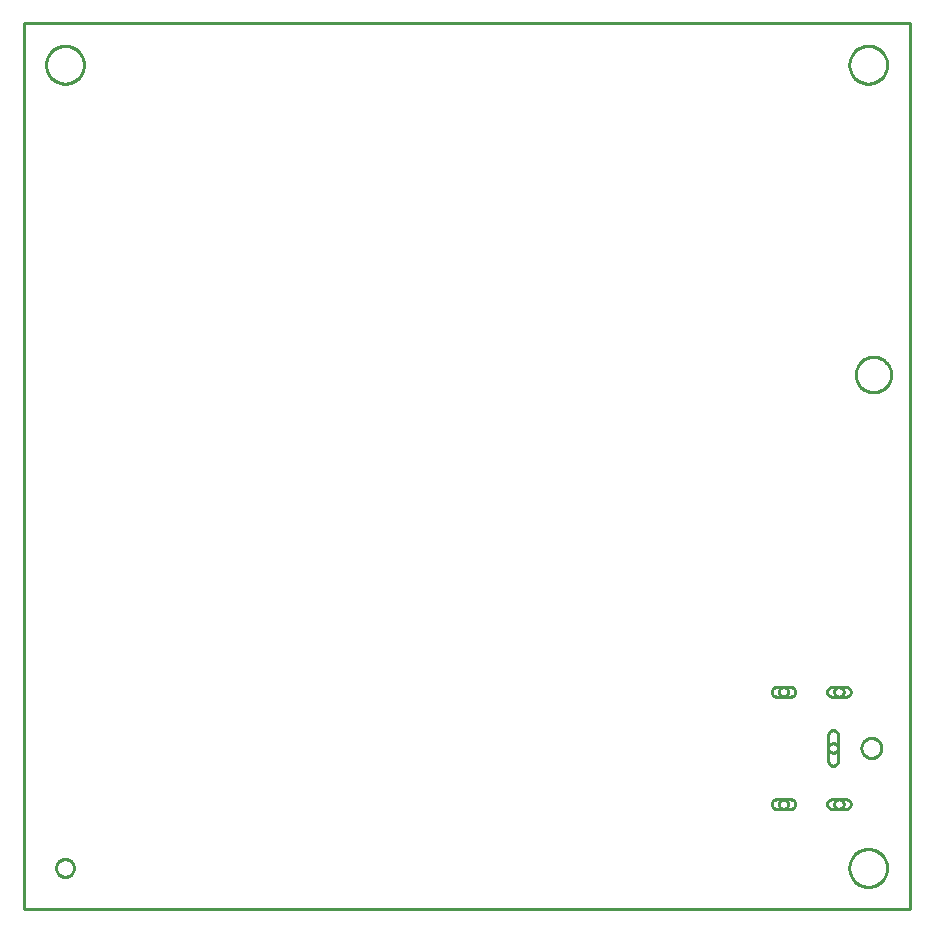
<source format=gbr>
G04 EAGLE Gerber RS-274X export*
G75*
%MOMM*%
%FSLAX34Y34*%
%LPD*%
%IN*%
%IPPOS*%
%AMOC8*
5,1,8,0,0,1.08239X$1,22.5*%
G01*
%ADD10C,0.000000*%
%ADD11C,0.254000*%


D10*
X0Y0D02*
X750000Y0D01*
X750000Y750000D01*
X0Y750000D01*
X0Y0D01*
X19000Y715000D02*
X19005Y715393D01*
X19019Y715785D01*
X19043Y716177D01*
X19077Y716568D01*
X19120Y716959D01*
X19173Y717348D01*
X19236Y717735D01*
X19307Y718121D01*
X19389Y718506D01*
X19479Y718888D01*
X19580Y719267D01*
X19689Y719645D01*
X19808Y720019D01*
X19935Y720390D01*
X20072Y720758D01*
X20218Y721123D01*
X20373Y721484D01*
X20536Y721841D01*
X20708Y722194D01*
X20889Y722542D01*
X21079Y722886D01*
X21276Y723226D01*
X21482Y723560D01*
X21696Y723889D01*
X21919Y724213D01*
X22149Y724531D01*
X22386Y724844D01*
X22632Y725150D01*
X22885Y725451D01*
X23145Y725745D01*
X23412Y726033D01*
X23686Y726314D01*
X23967Y726588D01*
X24255Y726855D01*
X24549Y727115D01*
X24850Y727368D01*
X25156Y727614D01*
X25469Y727851D01*
X25787Y728081D01*
X26111Y728304D01*
X26440Y728518D01*
X26774Y728724D01*
X27114Y728921D01*
X27458Y729111D01*
X27806Y729292D01*
X28159Y729464D01*
X28516Y729627D01*
X28877Y729782D01*
X29242Y729928D01*
X29610Y730065D01*
X29981Y730192D01*
X30355Y730311D01*
X30733Y730420D01*
X31112Y730521D01*
X31494Y730611D01*
X31879Y730693D01*
X32265Y730764D01*
X32652Y730827D01*
X33041Y730880D01*
X33432Y730923D01*
X33823Y730957D01*
X34215Y730981D01*
X34607Y730995D01*
X35000Y731000D01*
X35393Y730995D01*
X35785Y730981D01*
X36177Y730957D01*
X36568Y730923D01*
X36959Y730880D01*
X37348Y730827D01*
X37735Y730764D01*
X38121Y730693D01*
X38506Y730611D01*
X38888Y730521D01*
X39267Y730420D01*
X39645Y730311D01*
X40019Y730192D01*
X40390Y730065D01*
X40758Y729928D01*
X41123Y729782D01*
X41484Y729627D01*
X41841Y729464D01*
X42194Y729292D01*
X42542Y729111D01*
X42886Y728921D01*
X43226Y728724D01*
X43560Y728518D01*
X43889Y728304D01*
X44213Y728081D01*
X44531Y727851D01*
X44844Y727614D01*
X45150Y727368D01*
X45451Y727115D01*
X45745Y726855D01*
X46033Y726588D01*
X46314Y726314D01*
X46588Y726033D01*
X46855Y725745D01*
X47115Y725451D01*
X47368Y725150D01*
X47614Y724844D01*
X47851Y724531D01*
X48081Y724213D01*
X48304Y723889D01*
X48518Y723560D01*
X48724Y723226D01*
X48921Y722886D01*
X49111Y722542D01*
X49292Y722194D01*
X49464Y721841D01*
X49627Y721484D01*
X49782Y721123D01*
X49928Y720758D01*
X50065Y720390D01*
X50192Y720019D01*
X50311Y719645D01*
X50420Y719267D01*
X50521Y718888D01*
X50611Y718506D01*
X50693Y718121D01*
X50764Y717735D01*
X50827Y717348D01*
X50880Y716959D01*
X50923Y716568D01*
X50957Y716177D01*
X50981Y715785D01*
X50995Y715393D01*
X51000Y715000D01*
X50995Y714607D01*
X50981Y714215D01*
X50957Y713823D01*
X50923Y713432D01*
X50880Y713041D01*
X50827Y712652D01*
X50764Y712265D01*
X50693Y711879D01*
X50611Y711494D01*
X50521Y711112D01*
X50420Y710733D01*
X50311Y710355D01*
X50192Y709981D01*
X50065Y709610D01*
X49928Y709242D01*
X49782Y708877D01*
X49627Y708516D01*
X49464Y708159D01*
X49292Y707806D01*
X49111Y707458D01*
X48921Y707114D01*
X48724Y706774D01*
X48518Y706440D01*
X48304Y706111D01*
X48081Y705787D01*
X47851Y705469D01*
X47614Y705156D01*
X47368Y704850D01*
X47115Y704549D01*
X46855Y704255D01*
X46588Y703967D01*
X46314Y703686D01*
X46033Y703412D01*
X45745Y703145D01*
X45451Y702885D01*
X45150Y702632D01*
X44844Y702386D01*
X44531Y702149D01*
X44213Y701919D01*
X43889Y701696D01*
X43560Y701482D01*
X43226Y701276D01*
X42886Y701079D01*
X42542Y700889D01*
X42194Y700708D01*
X41841Y700536D01*
X41484Y700373D01*
X41123Y700218D01*
X40758Y700072D01*
X40390Y699935D01*
X40019Y699808D01*
X39645Y699689D01*
X39267Y699580D01*
X38888Y699479D01*
X38506Y699389D01*
X38121Y699307D01*
X37735Y699236D01*
X37348Y699173D01*
X36959Y699120D01*
X36568Y699077D01*
X36177Y699043D01*
X35785Y699019D01*
X35393Y699005D01*
X35000Y699000D01*
X34607Y699005D01*
X34215Y699019D01*
X33823Y699043D01*
X33432Y699077D01*
X33041Y699120D01*
X32652Y699173D01*
X32265Y699236D01*
X31879Y699307D01*
X31494Y699389D01*
X31112Y699479D01*
X30733Y699580D01*
X30355Y699689D01*
X29981Y699808D01*
X29610Y699935D01*
X29242Y700072D01*
X28877Y700218D01*
X28516Y700373D01*
X28159Y700536D01*
X27806Y700708D01*
X27458Y700889D01*
X27114Y701079D01*
X26774Y701276D01*
X26440Y701482D01*
X26111Y701696D01*
X25787Y701919D01*
X25469Y702149D01*
X25156Y702386D01*
X24850Y702632D01*
X24549Y702885D01*
X24255Y703145D01*
X23967Y703412D01*
X23686Y703686D01*
X23412Y703967D01*
X23145Y704255D01*
X22885Y704549D01*
X22632Y704850D01*
X22386Y705156D01*
X22149Y705469D01*
X21919Y705787D01*
X21696Y706111D01*
X21482Y706440D01*
X21276Y706774D01*
X21079Y707114D01*
X20889Y707458D01*
X20708Y707806D01*
X20536Y708159D01*
X20373Y708516D01*
X20218Y708877D01*
X20072Y709242D01*
X19935Y709610D01*
X19808Y709981D01*
X19689Y710355D01*
X19580Y710733D01*
X19479Y711112D01*
X19389Y711494D01*
X19307Y711879D01*
X19236Y712265D01*
X19173Y712652D01*
X19120Y713041D01*
X19077Y713432D01*
X19043Y713823D01*
X19019Y714215D01*
X19005Y714607D01*
X19000Y715000D01*
X699000Y715000D02*
X699005Y715393D01*
X699019Y715785D01*
X699043Y716177D01*
X699077Y716568D01*
X699120Y716959D01*
X699173Y717348D01*
X699236Y717735D01*
X699307Y718121D01*
X699389Y718506D01*
X699479Y718888D01*
X699580Y719267D01*
X699689Y719645D01*
X699808Y720019D01*
X699935Y720390D01*
X700072Y720758D01*
X700218Y721123D01*
X700373Y721484D01*
X700536Y721841D01*
X700708Y722194D01*
X700889Y722542D01*
X701079Y722886D01*
X701276Y723226D01*
X701482Y723560D01*
X701696Y723889D01*
X701919Y724213D01*
X702149Y724531D01*
X702386Y724844D01*
X702632Y725150D01*
X702885Y725451D01*
X703145Y725745D01*
X703412Y726033D01*
X703686Y726314D01*
X703967Y726588D01*
X704255Y726855D01*
X704549Y727115D01*
X704850Y727368D01*
X705156Y727614D01*
X705469Y727851D01*
X705787Y728081D01*
X706111Y728304D01*
X706440Y728518D01*
X706774Y728724D01*
X707114Y728921D01*
X707458Y729111D01*
X707806Y729292D01*
X708159Y729464D01*
X708516Y729627D01*
X708877Y729782D01*
X709242Y729928D01*
X709610Y730065D01*
X709981Y730192D01*
X710355Y730311D01*
X710733Y730420D01*
X711112Y730521D01*
X711494Y730611D01*
X711879Y730693D01*
X712265Y730764D01*
X712652Y730827D01*
X713041Y730880D01*
X713432Y730923D01*
X713823Y730957D01*
X714215Y730981D01*
X714607Y730995D01*
X715000Y731000D01*
X715393Y730995D01*
X715785Y730981D01*
X716177Y730957D01*
X716568Y730923D01*
X716959Y730880D01*
X717348Y730827D01*
X717735Y730764D01*
X718121Y730693D01*
X718506Y730611D01*
X718888Y730521D01*
X719267Y730420D01*
X719645Y730311D01*
X720019Y730192D01*
X720390Y730065D01*
X720758Y729928D01*
X721123Y729782D01*
X721484Y729627D01*
X721841Y729464D01*
X722194Y729292D01*
X722542Y729111D01*
X722886Y728921D01*
X723226Y728724D01*
X723560Y728518D01*
X723889Y728304D01*
X724213Y728081D01*
X724531Y727851D01*
X724844Y727614D01*
X725150Y727368D01*
X725451Y727115D01*
X725745Y726855D01*
X726033Y726588D01*
X726314Y726314D01*
X726588Y726033D01*
X726855Y725745D01*
X727115Y725451D01*
X727368Y725150D01*
X727614Y724844D01*
X727851Y724531D01*
X728081Y724213D01*
X728304Y723889D01*
X728518Y723560D01*
X728724Y723226D01*
X728921Y722886D01*
X729111Y722542D01*
X729292Y722194D01*
X729464Y721841D01*
X729627Y721484D01*
X729782Y721123D01*
X729928Y720758D01*
X730065Y720390D01*
X730192Y720019D01*
X730311Y719645D01*
X730420Y719267D01*
X730521Y718888D01*
X730611Y718506D01*
X730693Y718121D01*
X730764Y717735D01*
X730827Y717348D01*
X730880Y716959D01*
X730923Y716568D01*
X730957Y716177D01*
X730981Y715785D01*
X730995Y715393D01*
X731000Y715000D01*
X730995Y714607D01*
X730981Y714215D01*
X730957Y713823D01*
X730923Y713432D01*
X730880Y713041D01*
X730827Y712652D01*
X730764Y712265D01*
X730693Y711879D01*
X730611Y711494D01*
X730521Y711112D01*
X730420Y710733D01*
X730311Y710355D01*
X730192Y709981D01*
X730065Y709610D01*
X729928Y709242D01*
X729782Y708877D01*
X729627Y708516D01*
X729464Y708159D01*
X729292Y707806D01*
X729111Y707458D01*
X728921Y707114D01*
X728724Y706774D01*
X728518Y706440D01*
X728304Y706111D01*
X728081Y705787D01*
X727851Y705469D01*
X727614Y705156D01*
X727368Y704850D01*
X727115Y704549D01*
X726855Y704255D01*
X726588Y703967D01*
X726314Y703686D01*
X726033Y703412D01*
X725745Y703145D01*
X725451Y702885D01*
X725150Y702632D01*
X724844Y702386D01*
X724531Y702149D01*
X724213Y701919D01*
X723889Y701696D01*
X723560Y701482D01*
X723226Y701276D01*
X722886Y701079D01*
X722542Y700889D01*
X722194Y700708D01*
X721841Y700536D01*
X721484Y700373D01*
X721123Y700218D01*
X720758Y700072D01*
X720390Y699935D01*
X720019Y699808D01*
X719645Y699689D01*
X719267Y699580D01*
X718888Y699479D01*
X718506Y699389D01*
X718121Y699307D01*
X717735Y699236D01*
X717348Y699173D01*
X716959Y699120D01*
X716568Y699077D01*
X716177Y699043D01*
X715785Y699019D01*
X715393Y699005D01*
X715000Y699000D01*
X714607Y699005D01*
X714215Y699019D01*
X713823Y699043D01*
X713432Y699077D01*
X713041Y699120D01*
X712652Y699173D01*
X712265Y699236D01*
X711879Y699307D01*
X711494Y699389D01*
X711112Y699479D01*
X710733Y699580D01*
X710355Y699689D01*
X709981Y699808D01*
X709610Y699935D01*
X709242Y700072D01*
X708877Y700218D01*
X708516Y700373D01*
X708159Y700536D01*
X707806Y700708D01*
X707458Y700889D01*
X707114Y701079D01*
X706774Y701276D01*
X706440Y701482D01*
X706111Y701696D01*
X705787Y701919D01*
X705469Y702149D01*
X705156Y702386D01*
X704850Y702632D01*
X704549Y702885D01*
X704255Y703145D01*
X703967Y703412D01*
X703686Y703686D01*
X703412Y703967D01*
X703145Y704255D01*
X702885Y704549D01*
X702632Y704850D01*
X702386Y705156D01*
X702149Y705469D01*
X701919Y705787D01*
X701696Y706111D01*
X701482Y706440D01*
X701276Y706774D01*
X701079Y707114D01*
X700889Y707458D01*
X700708Y707806D01*
X700536Y708159D01*
X700373Y708516D01*
X700218Y708877D01*
X700072Y709242D01*
X699935Y709610D01*
X699808Y709981D01*
X699689Y710355D01*
X699580Y710733D01*
X699479Y711112D01*
X699389Y711494D01*
X699307Y711879D01*
X699236Y712265D01*
X699173Y712652D01*
X699120Y713041D01*
X699077Y713432D01*
X699043Y713823D01*
X699019Y714215D01*
X699005Y714607D01*
X699000Y715000D01*
X699000Y35000D02*
X699005Y35393D01*
X699019Y35785D01*
X699043Y36177D01*
X699077Y36568D01*
X699120Y36959D01*
X699173Y37348D01*
X699236Y37735D01*
X699307Y38121D01*
X699389Y38506D01*
X699479Y38888D01*
X699580Y39267D01*
X699689Y39645D01*
X699808Y40019D01*
X699935Y40390D01*
X700072Y40758D01*
X700218Y41123D01*
X700373Y41484D01*
X700536Y41841D01*
X700708Y42194D01*
X700889Y42542D01*
X701079Y42886D01*
X701276Y43226D01*
X701482Y43560D01*
X701696Y43889D01*
X701919Y44213D01*
X702149Y44531D01*
X702386Y44844D01*
X702632Y45150D01*
X702885Y45451D01*
X703145Y45745D01*
X703412Y46033D01*
X703686Y46314D01*
X703967Y46588D01*
X704255Y46855D01*
X704549Y47115D01*
X704850Y47368D01*
X705156Y47614D01*
X705469Y47851D01*
X705787Y48081D01*
X706111Y48304D01*
X706440Y48518D01*
X706774Y48724D01*
X707114Y48921D01*
X707458Y49111D01*
X707806Y49292D01*
X708159Y49464D01*
X708516Y49627D01*
X708877Y49782D01*
X709242Y49928D01*
X709610Y50065D01*
X709981Y50192D01*
X710355Y50311D01*
X710733Y50420D01*
X711112Y50521D01*
X711494Y50611D01*
X711879Y50693D01*
X712265Y50764D01*
X712652Y50827D01*
X713041Y50880D01*
X713432Y50923D01*
X713823Y50957D01*
X714215Y50981D01*
X714607Y50995D01*
X715000Y51000D01*
X715393Y50995D01*
X715785Y50981D01*
X716177Y50957D01*
X716568Y50923D01*
X716959Y50880D01*
X717348Y50827D01*
X717735Y50764D01*
X718121Y50693D01*
X718506Y50611D01*
X718888Y50521D01*
X719267Y50420D01*
X719645Y50311D01*
X720019Y50192D01*
X720390Y50065D01*
X720758Y49928D01*
X721123Y49782D01*
X721484Y49627D01*
X721841Y49464D01*
X722194Y49292D01*
X722542Y49111D01*
X722886Y48921D01*
X723226Y48724D01*
X723560Y48518D01*
X723889Y48304D01*
X724213Y48081D01*
X724531Y47851D01*
X724844Y47614D01*
X725150Y47368D01*
X725451Y47115D01*
X725745Y46855D01*
X726033Y46588D01*
X726314Y46314D01*
X726588Y46033D01*
X726855Y45745D01*
X727115Y45451D01*
X727368Y45150D01*
X727614Y44844D01*
X727851Y44531D01*
X728081Y44213D01*
X728304Y43889D01*
X728518Y43560D01*
X728724Y43226D01*
X728921Y42886D01*
X729111Y42542D01*
X729292Y42194D01*
X729464Y41841D01*
X729627Y41484D01*
X729782Y41123D01*
X729928Y40758D01*
X730065Y40390D01*
X730192Y40019D01*
X730311Y39645D01*
X730420Y39267D01*
X730521Y38888D01*
X730611Y38506D01*
X730693Y38121D01*
X730764Y37735D01*
X730827Y37348D01*
X730880Y36959D01*
X730923Y36568D01*
X730957Y36177D01*
X730981Y35785D01*
X730995Y35393D01*
X731000Y35000D01*
X730995Y34607D01*
X730981Y34215D01*
X730957Y33823D01*
X730923Y33432D01*
X730880Y33041D01*
X730827Y32652D01*
X730764Y32265D01*
X730693Y31879D01*
X730611Y31494D01*
X730521Y31112D01*
X730420Y30733D01*
X730311Y30355D01*
X730192Y29981D01*
X730065Y29610D01*
X729928Y29242D01*
X729782Y28877D01*
X729627Y28516D01*
X729464Y28159D01*
X729292Y27806D01*
X729111Y27458D01*
X728921Y27114D01*
X728724Y26774D01*
X728518Y26440D01*
X728304Y26111D01*
X728081Y25787D01*
X727851Y25469D01*
X727614Y25156D01*
X727368Y24850D01*
X727115Y24549D01*
X726855Y24255D01*
X726588Y23967D01*
X726314Y23686D01*
X726033Y23412D01*
X725745Y23145D01*
X725451Y22885D01*
X725150Y22632D01*
X724844Y22386D01*
X724531Y22149D01*
X724213Y21919D01*
X723889Y21696D01*
X723560Y21482D01*
X723226Y21276D01*
X722886Y21079D01*
X722542Y20889D01*
X722194Y20708D01*
X721841Y20536D01*
X721484Y20373D01*
X721123Y20218D01*
X720758Y20072D01*
X720390Y19935D01*
X720019Y19808D01*
X719645Y19689D01*
X719267Y19580D01*
X718888Y19479D01*
X718506Y19389D01*
X718121Y19307D01*
X717735Y19236D01*
X717348Y19173D01*
X716959Y19120D01*
X716568Y19077D01*
X716177Y19043D01*
X715785Y19019D01*
X715393Y19005D01*
X715000Y19000D01*
X714607Y19005D01*
X714215Y19019D01*
X713823Y19043D01*
X713432Y19077D01*
X713041Y19120D01*
X712652Y19173D01*
X712265Y19236D01*
X711879Y19307D01*
X711494Y19389D01*
X711112Y19479D01*
X710733Y19580D01*
X710355Y19689D01*
X709981Y19808D01*
X709610Y19935D01*
X709242Y20072D01*
X708877Y20218D01*
X708516Y20373D01*
X708159Y20536D01*
X707806Y20708D01*
X707458Y20889D01*
X707114Y21079D01*
X706774Y21276D01*
X706440Y21482D01*
X706111Y21696D01*
X705787Y21919D01*
X705469Y22149D01*
X705156Y22386D01*
X704850Y22632D01*
X704549Y22885D01*
X704255Y23145D01*
X703967Y23412D01*
X703686Y23686D01*
X703412Y23967D01*
X703145Y24255D01*
X702885Y24549D01*
X702632Y24850D01*
X702386Y25156D01*
X702149Y25469D01*
X701919Y25787D01*
X701696Y26111D01*
X701482Y26440D01*
X701276Y26774D01*
X701079Y27114D01*
X700889Y27458D01*
X700708Y27806D01*
X700536Y28159D01*
X700373Y28516D01*
X700218Y28877D01*
X700072Y29242D01*
X699935Y29610D01*
X699808Y29981D01*
X699689Y30355D01*
X699580Y30733D01*
X699479Y31112D01*
X699389Y31494D01*
X699307Y31879D01*
X699236Y32265D01*
X699173Y32652D01*
X699120Y33041D01*
X699077Y33432D01*
X699043Y33823D01*
X699019Y34215D01*
X699005Y34607D01*
X699000Y35000D01*
X27500Y35000D02*
X27502Y35184D01*
X27509Y35368D01*
X27520Y35552D01*
X27536Y35735D01*
X27556Y35918D01*
X27581Y36100D01*
X27610Y36282D01*
X27644Y36463D01*
X27682Y36643D01*
X27725Y36822D01*
X27772Y37000D01*
X27823Y37177D01*
X27879Y37353D01*
X27938Y37527D01*
X28003Y37699D01*
X28071Y37870D01*
X28143Y38039D01*
X28220Y38207D01*
X28301Y38372D01*
X28386Y38535D01*
X28474Y38697D01*
X28567Y38856D01*
X28664Y39012D01*
X28764Y39167D01*
X28868Y39319D01*
X28976Y39468D01*
X29087Y39614D01*
X29202Y39758D01*
X29321Y39899D01*
X29443Y40037D01*
X29568Y40172D01*
X29697Y40303D01*
X29828Y40432D01*
X29963Y40557D01*
X30101Y40679D01*
X30242Y40798D01*
X30386Y40913D01*
X30532Y41024D01*
X30681Y41132D01*
X30833Y41236D01*
X30988Y41336D01*
X31144Y41433D01*
X31303Y41526D01*
X31465Y41614D01*
X31628Y41699D01*
X31793Y41780D01*
X31961Y41857D01*
X32130Y41929D01*
X32301Y41997D01*
X32473Y42062D01*
X32647Y42121D01*
X32823Y42177D01*
X33000Y42228D01*
X33178Y42275D01*
X33357Y42318D01*
X33537Y42356D01*
X33718Y42390D01*
X33900Y42419D01*
X34082Y42444D01*
X34265Y42464D01*
X34448Y42480D01*
X34632Y42491D01*
X34816Y42498D01*
X35000Y42500D01*
X35184Y42498D01*
X35368Y42491D01*
X35552Y42480D01*
X35735Y42464D01*
X35918Y42444D01*
X36100Y42419D01*
X36282Y42390D01*
X36463Y42356D01*
X36643Y42318D01*
X36822Y42275D01*
X37000Y42228D01*
X37177Y42177D01*
X37353Y42121D01*
X37527Y42062D01*
X37699Y41997D01*
X37870Y41929D01*
X38039Y41857D01*
X38207Y41780D01*
X38372Y41699D01*
X38535Y41614D01*
X38697Y41526D01*
X38856Y41433D01*
X39012Y41336D01*
X39167Y41236D01*
X39319Y41132D01*
X39468Y41024D01*
X39614Y40913D01*
X39758Y40798D01*
X39899Y40679D01*
X40037Y40557D01*
X40172Y40432D01*
X40303Y40303D01*
X40432Y40172D01*
X40557Y40037D01*
X40679Y39899D01*
X40798Y39758D01*
X40913Y39614D01*
X41024Y39468D01*
X41132Y39319D01*
X41236Y39167D01*
X41336Y39012D01*
X41433Y38856D01*
X41526Y38697D01*
X41614Y38535D01*
X41699Y38372D01*
X41780Y38207D01*
X41857Y38039D01*
X41929Y37870D01*
X41997Y37699D01*
X42062Y37527D01*
X42121Y37353D01*
X42177Y37177D01*
X42228Y37000D01*
X42275Y36822D01*
X42318Y36643D01*
X42356Y36463D01*
X42390Y36282D01*
X42419Y36100D01*
X42444Y35918D01*
X42464Y35735D01*
X42480Y35552D01*
X42491Y35368D01*
X42498Y35184D01*
X42500Y35000D01*
X42498Y34816D01*
X42491Y34632D01*
X42480Y34448D01*
X42464Y34265D01*
X42444Y34082D01*
X42419Y33900D01*
X42390Y33718D01*
X42356Y33537D01*
X42318Y33357D01*
X42275Y33178D01*
X42228Y33000D01*
X42177Y32823D01*
X42121Y32647D01*
X42062Y32473D01*
X41997Y32301D01*
X41929Y32130D01*
X41857Y31961D01*
X41780Y31793D01*
X41699Y31628D01*
X41614Y31465D01*
X41526Y31303D01*
X41433Y31144D01*
X41336Y30988D01*
X41236Y30833D01*
X41132Y30681D01*
X41024Y30532D01*
X40913Y30386D01*
X40798Y30242D01*
X40679Y30101D01*
X40557Y29963D01*
X40432Y29828D01*
X40303Y29697D01*
X40172Y29568D01*
X40037Y29443D01*
X39899Y29321D01*
X39758Y29202D01*
X39614Y29087D01*
X39468Y28976D01*
X39319Y28868D01*
X39167Y28764D01*
X39012Y28664D01*
X38856Y28567D01*
X38697Y28474D01*
X38535Y28386D01*
X38372Y28301D01*
X38207Y28220D01*
X38039Y28143D01*
X37870Y28071D01*
X37699Y28003D01*
X37527Y27938D01*
X37353Y27879D01*
X37177Y27823D01*
X37000Y27772D01*
X36822Y27725D01*
X36643Y27682D01*
X36463Y27644D01*
X36282Y27610D01*
X36100Y27581D01*
X35918Y27556D01*
X35735Y27536D01*
X35552Y27520D01*
X35368Y27509D01*
X35184Y27502D01*
X35000Y27500D01*
X34816Y27502D01*
X34632Y27509D01*
X34448Y27520D01*
X34265Y27536D01*
X34082Y27556D01*
X33900Y27581D01*
X33718Y27610D01*
X33537Y27644D01*
X33357Y27682D01*
X33178Y27725D01*
X33000Y27772D01*
X32823Y27823D01*
X32647Y27879D01*
X32473Y27938D01*
X32301Y28003D01*
X32130Y28071D01*
X31961Y28143D01*
X31793Y28220D01*
X31628Y28301D01*
X31465Y28386D01*
X31303Y28474D01*
X31144Y28567D01*
X30988Y28664D01*
X30833Y28764D01*
X30681Y28868D01*
X30532Y28976D01*
X30386Y29087D01*
X30242Y29202D01*
X30101Y29321D01*
X29963Y29443D01*
X29828Y29568D01*
X29697Y29697D01*
X29568Y29828D01*
X29443Y29963D01*
X29321Y30101D01*
X29202Y30242D01*
X29087Y30386D01*
X28976Y30532D01*
X28868Y30681D01*
X28764Y30833D01*
X28664Y30988D01*
X28567Y31144D01*
X28474Y31303D01*
X28386Y31465D01*
X28301Y31628D01*
X28220Y31793D01*
X28143Y31961D01*
X28071Y32130D01*
X28003Y32301D01*
X27938Y32473D01*
X27879Y32647D01*
X27823Y32823D01*
X27772Y33000D01*
X27725Y33178D01*
X27682Y33357D01*
X27644Y33537D01*
X27610Y33718D01*
X27581Y33900D01*
X27556Y34082D01*
X27536Y34265D01*
X27520Y34448D01*
X27509Y34632D01*
X27502Y34816D01*
X27500Y35000D01*
X704400Y452700D02*
X704405Y453068D01*
X704418Y453436D01*
X704441Y453803D01*
X704472Y454170D01*
X704513Y454536D01*
X704562Y454901D01*
X704621Y455264D01*
X704688Y455626D01*
X704764Y455987D01*
X704850Y456345D01*
X704943Y456701D01*
X705046Y457054D01*
X705157Y457405D01*
X705277Y457753D01*
X705405Y458098D01*
X705542Y458440D01*
X705687Y458779D01*
X705840Y459113D01*
X706002Y459444D01*
X706171Y459771D01*
X706349Y460093D01*
X706534Y460412D01*
X706727Y460725D01*
X706928Y461034D01*
X707136Y461337D01*
X707352Y461635D01*
X707575Y461928D01*
X707805Y462216D01*
X708042Y462498D01*
X708286Y462773D01*
X708536Y463043D01*
X708793Y463307D01*
X709057Y463564D01*
X709327Y463814D01*
X709602Y464058D01*
X709884Y464295D01*
X710172Y464525D01*
X710465Y464748D01*
X710763Y464964D01*
X711066Y465172D01*
X711375Y465373D01*
X711688Y465566D01*
X712007Y465751D01*
X712329Y465929D01*
X712656Y466098D01*
X712987Y466260D01*
X713321Y466413D01*
X713660Y466558D01*
X714002Y466695D01*
X714347Y466823D01*
X714695Y466943D01*
X715046Y467054D01*
X715399Y467157D01*
X715755Y467250D01*
X716113Y467336D01*
X716474Y467412D01*
X716836Y467479D01*
X717199Y467538D01*
X717564Y467587D01*
X717930Y467628D01*
X718297Y467659D01*
X718664Y467682D01*
X719032Y467695D01*
X719400Y467700D01*
X719768Y467695D01*
X720136Y467682D01*
X720503Y467659D01*
X720870Y467628D01*
X721236Y467587D01*
X721601Y467538D01*
X721964Y467479D01*
X722326Y467412D01*
X722687Y467336D01*
X723045Y467250D01*
X723401Y467157D01*
X723754Y467054D01*
X724105Y466943D01*
X724453Y466823D01*
X724798Y466695D01*
X725140Y466558D01*
X725479Y466413D01*
X725813Y466260D01*
X726144Y466098D01*
X726471Y465929D01*
X726793Y465751D01*
X727112Y465566D01*
X727425Y465373D01*
X727734Y465172D01*
X728037Y464964D01*
X728335Y464748D01*
X728628Y464525D01*
X728916Y464295D01*
X729198Y464058D01*
X729473Y463814D01*
X729743Y463564D01*
X730007Y463307D01*
X730264Y463043D01*
X730514Y462773D01*
X730758Y462498D01*
X730995Y462216D01*
X731225Y461928D01*
X731448Y461635D01*
X731664Y461337D01*
X731872Y461034D01*
X732073Y460725D01*
X732266Y460412D01*
X732451Y460093D01*
X732629Y459771D01*
X732798Y459444D01*
X732960Y459113D01*
X733113Y458779D01*
X733258Y458440D01*
X733395Y458098D01*
X733523Y457753D01*
X733643Y457405D01*
X733754Y457054D01*
X733857Y456701D01*
X733950Y456345D01*
X734036Y455987D01*
X734112Y455626D01*
X734179Y455264D01*
X734238Y454901D01*
X734287Y454536D01*
X734328Y454170D01*
X734359Y453803D01*
X734382Y453436D01*
X734395Y453068D01*
X734400Y452700D01*
X734395Y452332D01*
X734382Y451964D01*
X734359Y451597D01*
X734328Y451230D01*
X734287Y450864D01*
X734238Y450499D01*
X734179Y450136D01*
X734112Y449774D01*
X734036Y449413D01*
X733950Y449055D01*
X733857Y448699D01*
X733754Y448346D01*
X733643Y447995D01*
X733523Y447647D01*
X733395Y447302D01*
X733258Y446960D01*
X733113Y446621D01*
X732960Y446287D01*
X732798Y445956D01*
X732629Y445629D01*
X732451Y445307D01*
X732266Y444988D01*
X732073Y444675D01*
X731872Y444366D01*
X731664Y444063D01*
X731448Y443765D01*
X731225Y443472D01*
X730995Y443184D01*
X730758Y442902D01*
X730514Y442627D01*
X730264Y442357D01*
X730007Y442093D01*
X729743Y441836D01*
X729473Y441586D01*
X729198Y441342D01*
X728916Y441105D01*
X728628Y440875D01*
X728335Y440652D01*
X728037Y440436D01*
X727734Y440228D01*
X727425Y440027D01*
X727112Y439834D01*
X726793Y439649D01*
X726471Y439471D01*
X726144Y439302D01*
X725813Y439140D01*
X725479Y438987D01*
X725140Y438842D01*
X724798Y438705D01*
X724453Y438577D01*
X724105Y438457D01*
X723754Y438346D01*
X723401Y438243D01*
X723045Y438150D01*
X722687Y438064D01*
X722326Y437988D01*
X721964Y437921D01*
X721601Y437862D01*
X721236Y437813D01*
X720870Y437772D01*
X720503Y437741D01*
X720136Y437718D01*
X719768Y437705D01*
X719400Y437700D01*
X719032Y437705D01*
X718664Y437718D01*
X718297Y437741D01*
X717930Y437772D01*
X717564Y437813D01*
X717199Y437862D01*
X716836Y437921D01*
X716474Y437988D01*
X716113Y438064D01*
X715755Y438150D01*
X715399Y438243D01*
X715046Y438346D01*
X714695Y438457D01*
X714347Y438577D01*
X714002Y438705D01*
X713660Y438842D01*
X713321Y438987D01*
X712987Y439140D01*
X712656Y439302D01*
X712329Y439471D01*
X712007Y439649D01*
X711688Y439834D01*
X711375Y440027D01*
X711066Y440228D01*
X710763Y440436D01*
X710465Y440652D01*
X710172Y440875D01*
X709884Y441105D01*
X709602Y441342D01*
X709327Y441586D01*
X709057Y441836D01*
X708793Y442093D01*
X708536Y442357D01*
X708286Y442627D01*
X708042Y442902D01*
X707805Y443184D01*
X707575Y443472D01*
X707352Y443765D01*
X707136Y444063D01*
X706928Y444366D01*
X706727Y444675D01*
X706534Y444988D01*
X706349Y445307D01*
X706171Y445629D01*
X706002Y445956D01*
X705840Y446287D01*
X705687Y446621D01*
X705542Y446960D01*
X705405Y447302D01*
X705277Y447647D01*
X705157Y447995D01*
X705046Y448346D01*
X704943Y448699D01*
X704850Y449055D01*
X704764Y449413D01*
X704688Y449774D01*
X704621Y450136D01*
X704562Y450499D01*
X704513Y450864D01*
X704472Y451230D01*
X704441Y451597D01*
X704418Y451964D01*
X704405Y452332D01*
X704400Y452700D01*
X686240Y89040D02*
X686242Y89166D01*
X686248Y89292D01*
X686258Y89418D01*
X686272Y89544D01*
X686290Y89669D01*
X686312Y89793D01*
X686337Y89917D01*
X686367Y90040D01*
X686400Y90161D01*
X686438Y90282D01*
X686479Y90401D01*
X686524Y90520D01*
X686572Y90636D01*
X686624Y90751D01*
X686680Y90864D01*
X686740Y90976D01*
X686803Y91085D01*
X686869Y91193D01*
X686938Y91298D01*
X687011Y91401D01*
X687088Y91502D01*
X687167Y91600D01*
X687249Y91696D01*
X687335Y91789D01*
X687423Y91880D01*
X687514Y91967D01*
X687608Y92052D01*
X687704Y92133D01*
X687803Y92212D01*
X687904Y92287D01*
X688008Y92359D01*
X688114Y92428D01*
X688222Y92494D01*
X688332Y92556D01*
X688444Y92614D01*
X688557Y92669D01*
X688673Y92720D01*
X688790Y92768D01*
X688908Y92812D01*
X689028Y92852D01*
X689149Y92888D01*
X689271Y92921D01*
X689394Y92950D01*
X689518Y92974D01*
X689642Y92995D01*
X689767Y93012D01*
X689893Y93025D01*
X690019Y93034D01*
X690145Y93039D01*
X690272Y93040D01*
X690398Y93037D01*
X690524Y93030D01*
X690650Y93019D01*
X690775Y93004D01*
X690900Y92985D01*
X691024Y92962D01*
X691148Y92936D01*
X691270Y92905D01*
X691392Y92871D01*
X691512Y92832D01*
X691631Y92790D01*
X691749Y92745D01*
X691865Y92695D01*
X691980Y92642D01*
X692092Y92585D01*
X692203Y92525D01*
X692312Y92461D01*
X692419Y92394D01*
X692524Y92324D01*
X692627Y92250D01*
X692727Y92173D01*
X692825Y92093D01*
X692920Y92010D01*
X693012Y91924D01*
X693102Y91835D01*
X693189Y91743D01*
X693272Y91649D01*
X693353Y91552D01*
X693431Y91452D01*
X693506Y91350D01*
X693577Y91246D01*
X693645Y91139D01*
X693709Y91031D01*
X693770Y90920D01*
X693828Y90808D01*
X693882Y90694D01*
X693932Y90578D01*
X693979Y90461D01*
X694022Y90342D01*
X694061Y90222D01*
X694097Y90101D01*
X694128Y89978D01*
X694156Y89855D01*
X694180Y89731D01*
X694200Y89606D01*
X694216Y89481D01*
X694228Y89355D01*
X694236Y89229D01*
X694240Y89103D01*
X694240Y88977D01*
X694236Y88851D01*
X694228Y88725D01*
X694216Y88599D01*
X694200Y88474D01*
X694180Y88349D01*
X694156Y88225D01*
X694128Y88102D01*
X694097Y87979D01*
X694061Y87858D01*
X694022Y87738D01*
X693979Y87619D01*
X693932Y87502D01*
X693882Y87386D01*
X693828Y87272D01*
X693770Y87160D01*
X693709Y87049D01*
X693645Y86941D01*
X693577Y86834D01*
X693506Y86730D01*
X693431Y86628D01*
X693353Y86528D01*
X693272Y86431D01*
X693189Y86337D01*
X693102Y86245D01*
X693012Y86156D01*
X692920Y86070D01*
X692825Y85987D01*
X692727Y85907D01*
X692627Y85830D01*
X692524Y85756D01*
X692419Y85686D01*
X692312Y85619D01*
X692203Y85555D01*
X692092Y85495D01*
X691980Y85438D01*
X691865Y85385D01*
X691749Y85335D01*
X691631Y85290D01*
X691512Y85248D01*
X691392Y85209D01*
X691270Y85175D01*
X691148Y85144D01*
X691024Y85118D01*
X690900Y85095D01*
X690775Y85076D01*
X690650Y85061D01*
X690524Y85050D01*
X690398Y85043D01*
X690272Y85040D01*
X690145Y85041D01*
X690019Y85046D01*
X689893Y85055D01*
X689767Y85068D01*
X689642Y85085D01*
X689518Y85106D01*
X689394Y85130D01*
X689271Y85159D01*
X689149Y85192D01*
X689028Y85228D01*
X688908Y85268D01*
X688790Y85312D01*
X688673Y85360D01*
X688557Y85411D01*
X688444Y85466D01*
X688332Y85524D01*
X688222Y85586D01*
X688114Y85652D01*
X688008Y85721D01*
X687904Y85793D01*
X687803Y85868D01*
X687704Y85947D01*
X687608Y86028D01*
X687514Y86113D01*
X687423Y86200D01*
X687335Y86291D01*
X687249Y86384D01*
X687167Y86480D01*
X687088Y86578D01*
X687011Y86679D01*
X686938Y86782D01*
X686869Y86887D01*
X686803Y86995D01*
X686740Y87104D01*
X686680Y87216D01*
X686624Y87329D01*
X686572Y87444D01*
X686524Y87560D01*
X686479Y87679D01*
X686438Y87798D01*
X686400Y87919D01*
X686367Y88040D01*
X686337Y88163D01*
X686312Y88287D01*
X686290Y88411D01*
X686272Y88536D01*
X686258Y88662D01*
X686248Y88788D01*
X686242Y88914D01*
X686240Y89040D01*
X681240Y136540D02*
X681242Y136666D01*
X681248Y136792D01*
X681258Y136918D01*
X681272Y137044D01*
X681290Y137169D01*
X681312Y137293D01*
X681337Y137417D01*
X681367Y137540D01*
X681400Y137661D01*
X681438Y137782D01*
X681479Y137901D01*
X681524Y138020D01*
X681572Y138136D01*
X681624Y138251D01*
X681680Y138364D01*
X681740Y138476D01*
X681803Y138585D01*
X681869Y138693D01*
X681938Y138798D01*
X682011Y138901D01*
X682088Y139002D01*
X682167Y139100D01*
X682249Y139196D01*
X682335Y139289D01*
X682423Y139380D01*
X682514Y139467D01*
X682608Y139552D01*
X682704Y139633D01*
X682803Y139712D01*
X682904Y139787D01*
X683008Y139859D01*
X683114Y139928D01*
X683222Y139994D01*
X683332Y140056D01*
X683444Y140114D01*
X683557Y140169D01*
X683673Y140220D01*
X683790Y140268D01*
X683908Y140312D01*
X684028Y140352D01*
X684149Y140388D01*
X684271Y140421D01*
X684394Y140450D01*
X684518Y140474D01*
X684642Y140495D01*
X684767Y140512D01*
X684893Y140525D01*
X685019Y140534D01*
X685145Y140539D01*
X685272Y140540D01*
X685398Y140537D01*
X685524Y140530D01*
X685650Y140519D01*
X685775Y140504D01*
X685900Y140485D01*
X686024Y140462D01*
X686148Y140436D01*
X686270Y140405D01*
X686392Y140371D01*
X686512Y140332D01*
X686631Y140290D01*
X686749Y140245D01*
X686865Y140195D01*
X686980Y140142D01*
X687092Y140085D01*
X687203Y140025D01*
X687312Y139961D01*
X687419Y139894D01*
X687524Y139824D01*
X687627Y139750D01*
X687727Y139673D01*
X687825Y139593D01*
X687920Y139510D01*
X688012Y139424D01*
X688102Y139335D01*
X688189Y139243D01*
X688272Y139149D01*
X688353Y139052D01*
X688431Y138952D01*
X688506Y138850D01*
X688577Y138746D01*
X688645Y138639D01*
X688709Y138531D01*
X688770Y138420D01*
X688828Y138308D01*
X688882Y138194D01*
X688932Y138078D01*
X688979Y137961D01*
X689022Y137842D01*
X689061Y137722D01*
X689097Y137601D01*
X689128Y137478D01*
X689156Y137355D01*
X689180Y137231D01*
X689200Y137106D01*
X689216Y136981D01*
X689228Y136855D01*
X689236Y136729D01*
X689240Y136603D01*
X689240Y136477D01*
X689236Y136351D01*
X689228Y136225D01*
X689216Y136099D01*
X689200Y135974D01*
X689180Y135849D01*
X689156Y135725D01*
X689128Y135602D01*
X689097Y135479D01*
X689061Y135358D01*
X689022Y135238D01*
X688979Y135119D01*
X688932Y135002D01*
X688882Y134886D01*
X688828Y134772D01*
X688770Y134660D01*
X688709Y134549D01*
X688645Y134441D01*
X688577Y134334D01*
X688506Y134230D01*
X688431Y134128D01*
X688353Y134028D01*
X688272Y133931D01*
X688189Y133837D01*
X688102Y133745D01*
X688012Y133656D01*
X687920Y133570D01*
X687825Y133487D01*
X687727Y133407D01*
X687627Y133330D01*
X687524Y133256D01*
X687419Y133186D01*
X687312Y133119D01*
X687203Y133055D01*
X687092Y132995D01*
X686980Y132938D01*
X686865Y132885D01*
X686749Y132835D01*
X686631Y132790D01*
X686512Y132748D01*
X686392Y132709D01*
X686270Y132675D01*
X686148Y132644D01*
X686024Y132618D01*
X685900Y132595D01*
X685775Y132576D01*
X685650Y132561D01*
X685524Y132550D01*
X685398Y132543D01*
X685272Y132540D01*
X685145Y132541D01*
X685019Y132546D01*
X684893Y132555D01*
X684767Y132568D01*
X684642Y132585D01*
X684518Y132606D01*
X684394Y132630D01*
X684271Y132659D01*
X684149Y132692D01*
X684028Y132728D01*
X683908Y132768D01*
X683790Y132812D01*
X683673Y132860D01*
X683557Y132911D01*
X683444Y132966D01*
X683332Y133024D01*
X683222Y133086D01*
X683114Y133152D01*
X683008Y133221D01*
X682904Y133293D01*
X682803Y133368D01*
X682704Y133447D01*
X682608Y133528D01*
X682514Y133613D01*
X682423Y133700D01*
X682335Y133791D01*
X682249Y133884D01*
X682167Y133980D01*
X682088Y134078D01*
X682011Y134179D01*
X681938Y134282D01*
X681869Y134387D01*
X681803Y134495D01*
X681740Y134604D01*
X681680Y134716D01*
X681624Y134829D01*
X681572Y134944D01*
X681524Y135060D01*
X681479Y135179D01*
X681438Y135298D01*
X681400Y135419D01*
X681367Y135540D01*
X681337Y135663D01*
X681312Y135787D01*
X681290Y135911D01*
X681272Y136036D01*
X681258Y136162D01*
X681248Y136288D01*
X681242Y136414D01*
X681240Y136540D01*
X686240Y184040D02*
X686242Y184166D01*
X686248Y184292D01*
X686258Y184418D01*
X686272Y184544D01*
X686290Y184669D01*
X686312Y184793D01*
X686337Y184917D01*
X686367Y185040D01*
X686400Y185161D01*
X686438Y185282D01*
X686479Y185401D01*
X686524Y185520D01*
X686572Y185636D01*
X686624Y185751D01*
X686680Y185864D01*
X686740Y185976D01*
X686803Y186085D01*
X686869Y186193D01*
X686938Y186298D01*
X687011Y186401D01*
X687088Y186502D01*
X687167Y186600D01*
X687249Y186696D01*
X687335Y186789D01*
X687423Y186880D01*
X687514Y186967D01*
X687608Y187052D01*
X687704Y187133D01*
X687803Y187212D01*
X687904Y187287D01*
X688008Y187359D01*
X688114Y187428D01*
X688222Y187494D01*
X688332Y187556D01*
X688444Y187614D01*
X688557Y187669D01*
X688673Y187720D01*
X688790Y187768D01*
X688908Y187812D01*
X689028Y187852D01*
X689149Y187888D01*
X689271Y187921D01*
X689394Y187950D01*
X689518Y187974D01*
X689642Y187995D01*
X689767Y188012D01*
X689893Y188025D01*
X690019Y188034D01*
X690145Y188039D01*
X690272Y188040D01*
X690398Y188037D01*
X690524Y188030D01*
X690650Y188019D01*
X690775Y188004D01*
X690900Y187985D01*
X691024Y187962D01*
X691148Y187936D01*
X691270Y187905D01*
X691392Y187871D01*
X691512Y187832D01*
X691631Y187790D01*
X691749Y187745D01*
X691865Y187695D01*
X691980Y187642D01*
X692092Y187585D01*
X692203Y187525D01*
X692312Y187461D01*
X692419Y187394D01*
X692524Y187324D01*
X692627Y187250D01*
X692727Y187173D01*
X692825Y187093D01*
X692920Y187010D01*
X693012Y186924D01*
X693102Y186835D01*
X693189Y186743D01*
X693272Y186649D01*
X693353Y186552D01*
X693431Y186452D01*
X693506Y186350D01*
X693577Y186246D01*
X693645Y186139D01*
X693709Y186031D01*
X693770Y185920D01*
X693828Y185808D01*
X693882Y185694D01*
X693932Y185578D01*
X693979Y185461D01*
X694022Y185342D01*
X694061Y185222D01*
X694097Y185101D01*
X694128Y184978D01*
X694156Y184855D01*
X694180Y184731D01*
X694200Y184606D01*
X694216Y184481D01*
X694228Y184355D01*
X694236Y184229D01*
X694240Y184103D01*
X694240Y183977D01*
X694236Y183851D01*
X694228Y183725D01*
X694216Y183599D01*
X694200Y183474D01*
X694180Y183349D01*
X694156Y183225D01*
X694128Y183102D01*
X694097Y182979D01*
X694061Y182858D01*
X694022Y182738D01*
X693979Y182619D01*
X693932Y182502D01*
X693882Y182386D01*
X693828Y182272D01*
X693770Y182160D01*
X693709Y182049D01*
X693645Y181941D01*
X693577Y181834D01*
X693506Y181730D01*
X693431Y181628D01*
X693353Y181528D01*
X693272Y181431D01*
X693189Y181337D01*
X693102Y181245D01*
X693012Y181156D01*
X692920Y181070D01*
X692825Y180987D01*
X692727Y180907D01*
X692627Y180830D01*
X692524Y180756D01*
X692419Y180686D01*
X692312Y180619D01*
X692203Y180555D01*
X692092Y180495D01*
X691980Y180438D01*
X691865Y180385D01*
X691749Y180335D01*
X691631Y180290D01*
X691512Y180248D01*
X691392Y180209D01*
X691270Y180175D01*
X691148Y180144D01*
X691024Y180118D01*
X690900Y180095D01*
X690775Y180076D01*
X690650Y180061D01*
X690524Y180050D01*
X690398Y180043D01*
X690272Y180040D01*
X690145Y180041D01*
X690019Y180046D01*
X689893Y180055D01*
X689767Y180068D01*
X689642Y180085D01*
X689518Y180106D01*
X689394Y180130D01*
X689271Y180159D01*
X689149Y180192D01*
X689028Y180228D01*
X688908Y180268D01*
X688790Y180312D01*
X688673Y180360D01*
X688557Y180411D01*
X688444Y180466D01*
X688332Y180524D01*
X688222Y180586D01*
X688114Y180652D01*
X688008Y180721D01*
X687904Y180793D01*
X687803Y180868D01*
X687704Y180947D01*
X687608Y181028D01*
X687514Y181113D01*
X687423Y181200D01*
X687335Y181291D01*
X687249Y181384D01*
X687167Y181480D01*
X687088Y181578D01*
X687011Y181679D01*
X686938Y181782D01*
X686869Y181887D01*
X686803Y181995D01*
X686740Y182104D01*
X686680Y182216D01*
X686624Y182329D01*
X686572Y182444D01*
X686524Y182560D01*
X686479Y182679D01*
X686438Y182798D01*
X686400Y182919D01*
X686367Y183040D01*
X686337Y183163D01*
X686312Y183287D01*
X686290Y183411D01*
X686272Y183536D01*
X686258Y183662D01*
X686248Y183788D01*
X686242Y183914D01*
X686240Y184040D01*
X639240Y89040D02*
X639242Y89166D01*
X639248Y89292D01*
X639258Y89418D01*
X639272Y89544D01*
X639290Y89669D01*
X639312Y89793D01*
X639337Y89917D01*
X639367Y90040D01*
X639400Y90161D01*
X639438Y90282D01*
X639479Y90401D01*
X639524Y90520D01*
X639572Y90636D01*
X639624Y90751D01*
X639680Y90864D01*
X639740Y90976D01*
X639803Y91085D01*
X639869Y91193D01*
X639938Y91298D01*
X640011Y91401D01*
X640088Y91502D01*
X640167Y91600D01*
X640249Y91696D01*
X640335Y91789D01*
X640423Y91880D01*
X640514Y91967D01*
X640608Y92052D01*
X640704Y92133D01*
X640803Y92212D01*
X640904Y92287D01*
X641008Y92359D01*
X641114Y92428D01*
X641222Y92494D01*
X641332Y92556D01*
X641444Y92614D01*
X641557Y92669D01*
X641673Y92720D01*
X641790Y92768D01*
X641908Y92812D01*
X642028Y92852D01*
X642149Y92888D01*
X642271Y92921D01*
X642394Y92950D01*
X642518Y92974D01*
X642642Y92995D01*
X642767Y93012D01*
X642893Y93025D01*
X643019Y93034D01*
X643145Y93039D01*
X643272Y93040D01*
X643398Y93037D01*
X643524Y93030D01*
X643650Y93019D01*
X643775Y93004D01*
X643900Y92985D01*
X644024Y92962D01*
X644148Y92936D01*
X644270Y92905D01*
X644392Y92871D01*
X644512Y92832D01*
X644631Y92790D01*
X644749Y92745D01*
X644865Y92695D01*
X644980Y92642D01*
X645092Y92585D01*
X645203Y92525D01*
X645312Y92461D01*
X645419Y92394D01*
X645524Y92324D01*
X645627Y92250D01*
X645727Y92173D01*
X645825Y92093D01*
X645920Y92010D01*
X646012Y91924D01*
X646102Y91835D01*
X646189Y91743D01*
X646272Y91649D01*
X646353Y91552D01*
X646431Y91452D01*
X646506Y91350D01*
X646577Y91246D01*
X646645Y91139D01*
X646709Y91031D01*
X646770Y90920D01*
X646828Y90808D01*
X646882Y90694D01*
X646932Y90578D01*
X646979Y90461D01*
X647022Y90342D01*
X647061Y90222D01*
X647097Y90101D01*
X647128Y89978D01*
X647156Y89855D01*
X647180Y89731D01*
X647200Y89606D01*
X647216Y89481D01*
X647228Y89355D01*
X647236Y89229D01*
X647240Y89103D01*
X647240Y88977D01*
X647236Y88851D01*
X647228Y88725D01*
X647216Y88599D01*
X647200Y88474D01*
X647180Y88349D01*
X647156Y88225D01*
X647128Y88102D01*
X647097Y87979D01*
X647061Y87858D01*
X647022Y87738D01*
X646979Y87619D01*
X646932Y87502D01*
X646882Y87386D01*
X646828Y87272D01*
X646770Y87160D01*
X646709Y87049D01*
X646645Y86941D01*
X646577Y86834D01*
X646506Y86730D01*
X646431Y86628D01*
X646353Y86528D01*
X646272Y86431D01*
X646189Y86337D01*
X646102Y86245D01*
X646012Y86156D01*
X645920Y86070D01*
X645825Y85987D01*
X645727Y85907D01*
X645627Y85830D01*
X645524Y85756D01*
X645419Y85686D01*
X645312Y85619D01*
X645203Y85555D01*
X645092Y85495D01*
X644980Y85438D01*
X644865Y85385D01*
X644749Y85335D01*
X644631Y85290D01*
X644512Y85248D01*
X644392Y85209D01*
X644270Y85175D01*
X644148Y85144D01*
X644024Y85118D01*
X643900Y85095D01*
X643775Y85076D01*
X643650Y85061D01*
X643524Y85050D01*
X643398Y85043D01*
X643272Y85040D01*
X643145Y85041D01*
X643019Y85046D01*
X642893Y85055D01*
X642767Y85068D01*
X642642Y85085D01*
X642518Y85106D01*
X642394Y85130D01*
X642271Y85159D01*
X642149Y85192D01*
X642028Y85228D01*
X641908Y85268D01*
X641790Y85312D01*
X641673Y85360D01*
X641557Y85411D01*
X641444Y85466D01*
X641332Y85524D01*
X641222Y85586D01*
X641114Y85652D01*
X641008Y85721D01*
X640904Y85793D01*
X640803Y85868D01*
X640704Y85947D01*
X640608Y86028D01*
X640514Y86113D01*
X640423Y86200D01*
X640335Y86291D01*
X640249Y86384D01*
X640167Y86480D01*
X640088Y86578D01*
X640011Y86679D01*
X639938Y86782D01*
X639869Y86887D01*
X639803Y86995D01*
X639740Y87104D01*
X639680Y87216D01*
X639624Y87329D01*
X639572Y87444D01*
X639524Y87560D01*
X639479Y87679D01*
X639438Y87798D01*
X639400Y87919D01*
X639367Y88040D01*
X639337Y88163D01*
X639312Y88287D01*
X639290Y88411D01*
X639272Y88536D01*
X639258Y88662D01*
X639248Y88788D01*
X639242Y88914D01*
X639240Y89040D01*
X639240Y184040D02*
X639242Y184166D01*
X639248Y184292D01*
X639258Y184418D01*
X639272Y184544D01*
X639290Y184669D01*
X639312Y184793D01*
X639337Y184917D01*
X639367Y185040D01*
X639400Y185161D01*
X639438Y185282D01*
X639479Y185401D01*
X639524Y185520D01*
X639572Y185636D01*
X639624Y185751D01*
X639680Y185864D01*
X639740Y185976D01*
X639803Y186085D01*
X639869Y186193D01*
X639938Y186298D01*
X640011Y186401D01*
X640088Y186502D01*
X640167Y186600D01*
X640249Y186696D01*
X640335Y186789D01*
X640423Y186880D01*
X640514Y186967D01*
X640608Y187052D01*
X640704Y187133D01*
X640803Y187212D01*
X640904Y187287D01*
X641008Y187359D01*
X641114Y187428D01*
X641222Y187494D01*
X641332Y187556D01*
X641444Y187614D01*
X641557Y187669D01*
X641673Y187720D01*
X641790Y187768D01*
X641908Y187812D01*
X642028Y187852D01*
X642149Y187888D01*
X642271Y187921D01*
X642394Y187950D01*
X642518Y187974D01*
X642642Y187995D01*
X642767Y188012D01*
X642893Y188025D01*
X643019Y188034D01*
X643145Y188039D01*
X643272Y188040D01*
X643398Y188037D01*
X643524Y188030D01*
X643650Y188019D01*
X643775Y188004D01*
X643900Y187985D01*
X644024Y187962D01*
X644148Y187936D01*
X644270Y187905D01*
X644392Y187871D01*
X644512Y187832D01*
X644631Y187790D01*
X644749Y187745D01*
X644865Y187695D01*
X644980Y187642D01*
X645092Y187585D01*
X645203Y187525D01*
X645312Y187461D01*
X645419Y187394D01*
X645524Y187324D01*
X645627Y187250D01*
X645727Y187173D01*
X645825Y187093D01*
X645920Y187010D01*
X646012Y186924D01*
X646102Y186835D01*
X646189Y186743D01*
X646272Y186649D01*
X646353Y186552D01*
X646431Y186452D01*
X646506Y186350D01*
X646577Y186246D01*
X646645Y186139D01*
X646709Y186031D01*
X646770Y185920D01*
X646828Y185808D01*
X646882Y185694D01*
X646932Y185578D01*
X646979Y185461D01*
X647022Y185342D01*
X647061Y185222D01*
X647097Y185101D01*
X647128Y184978D01*
X647156Y184855D01*
X647180Y184731D01*
X647200Y184606D01*
X647216Y184481D01*
X647228Y184355D01*
X647236Y184229D01*
X647240Y184103D01*
X647240Y183977D01*
X647236Y183851D01*
X647228Y183725D01*
X647216Y183599D01*
X647200Y183474D01*
X647180Y183349D01*
X647156Y183225D01*
X647128Y183102D01*
X647097Y182979D01*
X647061Y182858D01*
X647022Y182738D01*
X646979Y182619D01*
X646932Y182502D01*
X646882Y182386D01*
X646828Y182272D01*
X646770Y182160D01*
X646709Y182049D01*
X646645Y181941D01*
X646577Y181834D01*
X646506Y181730D01*
X646431Y181628D01*
X646353Y181528D01*
X646272Y181431D01*
X646189Y181337D01*
X646102Y181245D01*
X646012Y181156D01*
X645920Y181070D01*
X645825Y180987D01*
X645727Y180907D01*
X645627Y180830D01*
X645524Y180756D01*
X645419Y180686D01*
X645312Y180619D01*
X645203Y180555D01*
X645092Y180495D01*
X644980Y180438D01*
X644865Y180385D01*
X644749Y180335D01*
X644631Y180290D01*
X644512Y180248D01*
X644392Y180209D01*
X644270Y180175D01*
X644148Y180144D01*
X644024Y180118D01*
X643900Y180095D01*
X643775Y180076D01*
X643650Y180061D01*
X643524Y180050D01*
X643398Y180043D01*
X643272Y180040D01*
X643145Y180041D01*
X643019Y180046D01*
X642893Y180055D01*
X642767Y180068D01*
X642642Y180085D01*
X642518Y180106D01*
X642394Y180130D01*
X642271Y180159D01*
X642149Y180192D01*
X642028Y180228D01*
X641908Y180268D01*
X641790Y180312D01*
X641673Y180360D01*
X641557Y180411D01*
X641444Y180466D01*
X641332Y180524D01*
X641222Y180586D01*
X641114Y180652D01*
X641008Y180721D01*
X640904Y180793D01*
X640803Y180868D01*
X640704Y180947D01*
X640608Y181028D01*
X640514Y181113D01*
X640423Y181200D01*
X640335Y181291D01*
X640249Y181384D01*
X640167Y181480D01*
X640088Y181578D01*
X640011Y181679D01*
X639938Y181782D01*
X639869Y181887D01*
X639803Y181995D01*
X639740Y182104D01*
X639680Y182216D01*
X639624Y182329D01*
X639572Y182444D01*
X639524Y182560D01*
X639479Y182679D01*
X639438Y182798D01*
X639400Y182919D01*
X639367Y183040D01*
X639337Y183163D01*
X639312Y183287D01*
X639290Y183411D01*
X639272Y183536D01*
X639258Y183662D01*
X639248Y183788D01*
X639242Y183914D01*
X639240Y184040D01*
X709240Y136540D02*
X709243Y136749D01*
X709250Y136957D01*
X709263Y137165D01*
X709281Y137373D01*
X709304Y137580D01*
X709332Y137787D01*
X709365Y137993D01*
X709403Y138198D01*
X709447Y138402D01*
X709495Y138605D01*
X709548Y138807D01*
X709606Y139007D01*
X709669Y139206D01*
X709737Y139404D01*
X709810Y139599D01*
X709887Y139793D01*
X709969Y139985D01*
X710056Y140174D01*
X710148Y140362D01*
X710244Y140547D01*
X710344Y140730D01*
X710449Y140910D01*
X710559Y141087D01*
X710673Y141262D01*
X710791Y141434D01*
X710913Y141603D01*
X711039Y141769D01*
X711169Y141932D01*
X711304Y142092D01*
X711442Y142248D01*
X711584Y142401D01*
X711730Y142550D01*
X711879Y142696D01*
X712032Y142838D01*
X712188Y142976D01*
X712348Y143111D01*
X712511Y143241D01*
X712677Y143367D01*
X712846Y143489D01*
X713018Y143607D01*
X713193Y143721D01*
X713370Y143831D01*
X713550Y143936D01*
X713733Y144036D01*
X713918Y144132D01*
X714106Y144224D01*
X714295Y144311D01*
X714487Y144393D01*
X714681Y144470D01*
X714876Y144543D01*
X715074Y144611D01*
X715273Y144674D01*
X715473Y144732D01*
X715675Y144785D01*
X715878Y144833D01*
X716082Y144877D01*
X716287Y144915D01*
X716493Y144948D01*
X716700Y144976D01*
X716907Y144999D01*
X717115Y145017D01*
X717323Y145030D01*
X717531Y145037D01*
X717740Y145040D01*
X717949Y145037D01*
X718157Y145030D01*
X718365Y145017D01*
X718573Y144999D01*
X718780Y144976D01*
X718987Y144948D01*
X719193Y144915D01*
X719398Y144877D01*
X719602Y144833D01*
X719805Y144785D01*
X720007Y144732D01*
X720207Y144674D01*
X720406Y144611D01*
X720604Y144543D01*
X720799Y144470D01*
X720993Y144393D01*
X721185Y144311D01*
X721374Y144224D01*
X721562Y144132D01*
X721747Y144036D01*
X721930Y143936D01*
X722110Y143831D01*
X722287Y143721D01*
X722462Y143607D01*
X722634Y143489D01*
X722803Y143367D01*
X722969Y143241D01*
X723132Y143111D01*
X723292Y142976D01*
X723448Y142838D01*
X723601Y142696D01*
X723750Y142550D01*
X723896Y142401D01*
X724038Y142248D01*
X724176Y142092D01*
X724311Y141932D01*
X724441Y141769D01*
X724567Y141603D01*
X724689Y141434D01*
X724807Y141262D01*
X724921Y141087D01*
X725031Y140910D01*
X725136Y140730D01*
X725236Y140547D01*
X725332Y140362D01*
X725424Y140174D01*
X725511Y139985D01*
X725593Y139793D01*
X725670Y139599D01*
X725743Y139404D01*
X725811Y139206D01*
X725874Y139007D01*
X725932Y138807D01*
X725985Y138605D01*
X726033Y138402D01*
X726077Y138198D01*
X726115Y137993D01*
X726148Y137787D01*
X726176Y137580D01*
X726199Y137373D01*
X726217Y137165D01*
X726230Y136957D01*
X726237Y136749D01*
X726240Y136540D01*
X726237Y136331D01*
X726230Y136123D01*
X726217Y135915D01*
X726199Y135707D01*
X726176Y135500D01*
X726148Y135293D01*
X726115Y135087D01*
X726077Y134882D01*
X726033Y134678D01*
X725985Y134475D01*
X725932Y134273D01*
X725874Y134073D01*
X725811Y133874D01*
X725743Y133676D01*
X725670Y133481D01*
X725593Y133287D01*
X725511Y133095D01*
X725424Y132906D01*
X725332Y132718D01*
X725236Y132533D01*
X725136Y132350D01*
X725031Y132170D01*
X724921Y131993D01*
X724807Y131818D01*
X724689Y131646D01*
X724567Y131477D01*
X724441Y131311D01*
X724311Y131148D01*
X724176Y130988D01*
X724038Y130832D01*
X723896Y130679D01*
X723750Y130530D01*
X723601Y130384D01*
X723448Y130242D01*
X723292Y130104D01*
X723132Y129969D01*
X722969Y129839D01*
X722803Y129713D01*
X722634Y129591D01*
X722462Y129473D01*
X722287Y129359D01*
X722110Y129249D01*
X721930Y129144D01*
X721747Y129044D01*
X721562Y128948D01*
X721374Y128856D01*
X721185Y128769D01*
X720993Y128687D01*
X720799Y128610D01*
X720604Y128537D01*
X720406Y128469D01*
X720207Y128406D01*
X720007Y128348D01*
X719805Y128295D01*
X719602Y128247D01*
X719398Y128203D01*
X719193Y128165D01*
X718987Y128132D01*
X718780Y128104D01*
X718573Y128081D01*
X718365Y128063D01*
X718157Y128050D01*
X717949Y128043D01*
X717740Y128040D01*
X717531Y128043D01*
X717323Y128050D01*
X717115Y128063D01*
X716907Y128081D01*
X716700Y128104D01*
X716493Y128132D01*
X716287Y128165D01*
X716082Y128203D01*
X715878Y128247D01*
X715675Y128295D01*
X715473Y128348D01*
X715273Y128406D01*
X715074Y128469D01*
X714876Y128537D01*
X714681Y128610D01*
X714487Y128687D01*
X714295Y128769D01*
X714106Y128856D01*
X713918Y128948D01*
X713733Y129044D01*
X713550Y129144D01*
X713370Y129249D01*
X713193Y129359D01*
X713018Y129473D01*
X712846Y129591D01*
X712677Y129713D01*
X712511Y129839D01*
X712348Y129969D01*
X712188Y130104D01*
X712032Y130242D01*
X711879Y130384D01*
X711730Y130530D01*
X711584Y130679D01*
X711442Y130832D01*
X711304Y130988D01*
X711169Y131148D01*
X711039Y131311D01*
X710913Y131477D01*
X710791Y131646D01*
X710673Y131818D01*
X710559Y131993D01*
X710449Y132170D01*
X710344Y132350D01*
X710244Y132533D01*
X710148Y132718D01*
X710056Y132906D01*
X709969Y133095D01*
X709887Y133287D01*
X709810Y133481D01*
X709737Y133676D01*
X709669Y133874D01*
X709606Y134073D01*
X709548Y134273D01*
X709495Y134475D01*
X709447Y134678D01*
X709403Y134882D01*
X709365Y135087D01*
X709332Y135293D01*
X709304Y135500D01*
X709281Y135707D01*
X709263Y135915D01*
X709250Y136123D01*
X709243Y136331D01*
X709240Y136540D01*
D11*
X0Y0D02*
X750000Y0D01*
X750000Y750000D01*
X0Y750000D01*
X0Y0D01*
X633240Y184040D02*
X633255Y183691D01*
X633301Y183345D01*
X633376Y183005D01*
X633481Y182672D01*
X633615Y182350D01*
X633776Y182040D01*
X633963Y181746D01*
X634176Y181469D01*
X634412Y181212D01*
X634669Y180976D01*
X634946Y180763D01*
X635240Y180576D01*
X635550Y180415D01*
X635872Y180281D01*
X636205Y180176D01*
X636545Y180101D01*
X636891Y180055D01*
X637240Y180040D01*
X649240Y180040D01*
X649589Y180055D01*
X649935Y180101D01*
X650275Y180176D01*
X650608Y180281D01*
X650930Y180415D01*
X651240Y180576D01*
X651534Y180763D01*
X651811Y180976D01*
X652068Y181212D01*
X652304Y181469D01*
X652517Y181746D01*
X652704Y182040D01*
X652865Y182350D01*
X652999Y182672D01*
X653104Y183005D01*
X653179Y183345D01*
X653225Y183691D01*
X653240Y184040D01*
X653225Y184389D01*
X653179Y184735D01*
X653104Y185075D01*
X652999Y185408D01*
X652865Y185730D01*
X652704Y186040D01*
X652517Y186334D01*
X652304Y186611D01*
X652068Y186868D01*
X651811Y187104D01*
X651534Y187317D01*
X651240Y187504D01*
X650930Y187665D01*
X650608Y187799D01*
X650275Y187904D01*
X649935Y187979D01*
X649589Y188025D01*
X649240Y188040D01*
X637240Y188040D01*
X636891Y188025D01*
X636545Y187979D01*
X636205Y187904D01*
X635872Y187799D01*
X635550Y187665D01*
X635240Y187504D01*
X634946Y187317D01*
X634669Y187104D01*
X634412Y186868D01*
X634176Y186611D01*
X633963Y186334D01*
X633776Y186040D01*
X633615Y185730D01*
X633481Y185408D01*
X633376Y185075D01*
X633301Y184735D01*
X633255Y184389D01*
X633240Y184040D01*
X633240Y89040D02*
X633255Y88691D01*
X633301Y88345D01*
X633376Y88005D01*
X633481Y87672D01*
X633615Y87350D01*
X633776Y87040D01*
X633963Y86746D01*
X634176Y86469D01*
X634412Y86212D01*
X634669Y85976D01*
X634946Y85763D01*
X635240Y85576D01*
X635550Y85415D01*
X635872Y85281D01*
X636205Y85176D01*
X636545Y85101D01*
X636891Y85055D01*
X637240Y85040D01*
X649240Y85040D01*
X649589Y85055D01*
X649935Y85101D01*
X650275Y85176D01*
X650608Y85281D01*
X650930Y85415D01*
X651240Y85576D01*
X651534Y85763D01*
X651811Y85976D01*
X652068Y86212D01*
X652304Y86469D01*
X652517Y86746D01*
X652704Y87040D01*
X652865Y87350D01*
X652999Y87672D01*
X653104Y88005D01*
X653179Y88345D01*
X653225Y88691D01*
X653240Y89040D01*
X653225Y89389D01*
X653179Y89735D01*
X653104Y90075D01*
X652999Y90408D01*
X652865Y90730D01*
X652704Y91040D01*
X652517Y91334D01*
X652304Y91611D01*
X652068Y91868D01*
X651811Y92104D01*
X651534Y92317D01*
X651240Y92504D01*
X650930Y92665D01*
X650608Y92799D01*
X650275Y92904D01*
X649935Y92979D01*
X649589Y93025D01*
X649240Y93040D01*
X637240Y93040D01*
X636891Y93025D01*
X636545Y92979D01*
X636205Y92904D01*
X635872Y92799D01*
X635550Y92665D01*
X635240Y92504D01*
X634946Y92317D01*
X634669Y92104D01*
X634412Y91868D01*
X634176Y91611D01*
X633963Y91334D01*
X633776Y91040D01*
X633615Y90730D01*
X633481Y90408D01*
X633376Y90075D01*
X633301Y89735D01*
X633255Y89389D01*
X633240Y89040D01*
X680240Y89040D02*
X680255Y88691D01*
X680301Y88345D01*
X680376Y88005D01*
X680481Y87672D01*
X680615Y87350D01*
X680776Y87040D01*
X680963Y86746D01*
X681176Y86469D01*
X681412Y86212D01*
X681669Y85976D01*
X681946Y85763D01*
X682240Y85576D01*
X682550Y85415D01*
X682872Y85281D01*
X683205Y85176D01*
X683545Y85101D01*
X683891Y85055D01*
X684240Y85040D01*
X696240Y85040D01*
X696589Y85055D01*
X696935Y85101D01*
X697275Y85176D01*
X697608Y85281D01*
X697930Y85415D01*
X698240Y85576D01*
X698534Y85763D01*
X698811Y85976D01*
X699068Y86212D01*
X699304Y86469D01*
X699517Y86746D01*
X699704Y87040D01*
X699865Y87350D01*
X699999Y87672D01*
X700104Y88005D01*
X700179Y88345D01*
X700225Y88691D01*
X700240Y89040D01*
X700225Y89389D01*
X700179Y89735D01*
X700104Y90075D01*
X699999Y90408D01*
X699865Y90730D01*
X699704Y91040D01*
X699517Y91334D01*
X699304Y91611D01*
X699068Y91868D01*
X698811Y92104D01*
X698534Y92317D01*
X698240Y92504D01*
X697930Y92665D01*
X697608Y92799D01*
X697275Y92904D01*
X696935Y92979D01*
X696589Y93025D01*
X696240Y93040D01*
X684240Y93040D01*
X683891Y93025D01*
X683545Y92979D01*
X683205Y92904D01*
X682872Y92799D01*
X682550Y92665D01*
X682240Y92504D01*
X681946Y92317D01*
X681669Y92104D01*
X681412Y91868D01*
X681176Y91611D01*
X680963Y91334D01*
X680776Y91040D01*
X680615Y90730D01*
X680481Y90408D01*
X680376Y90075D01*
X680301Y89735D01*
X680255Y89389D01*
X680240Y89040D01*
X681240Y125540D02*
X681255Y125191D01*
X681301Y124845D01*
X681376Y124505D01*
X681481Y124172D01*
X681615Y123850D01*
X681776Y123540D01*
X681963Y123246D01*
X682176Y122969D01*
X682412Y122712D01*
X682669Y122476D01*
X682946Y122263D01*
X683240Y122076D01*
X683550Y121915D01*
X683872Y121781D01*
X684205Y121676D01*
X684545Y121601D01*
X684891Y121555D01*
X685240Y121540D01*
X685589Y121555D01*
X685935Y121601D01*
X686275Y121676D01*
X686608Y121781D01*
X686930Y121915D01*
X687240Y122076D01*
X687534Y122263D01*
X687811Y122476D01*
X688068Y122712D01*
X688304Y122969D01*
X688517Y123246D01*
X688704Y123540D01*
X688865Y123850D01*
X688999Y124172D01*
X689104Y124505D01*
X689179Y124845D01*
X689225Y125191D01*
X689240Y125540D01*
X689240Y147540D01*
X689225Y147889D01*
X689179Y148235D01*
X689104Y148575D01*
X688999Y148908D01*
X688865Y149230D01*
X688704Y149540D01*
X688517Y149834D01*
X688304Y150111D01*
X688068Y150368D01*
X687811Y150604D01*
X687534Y150817D01*
X687240Y151004D01*
X686930Y151165D01*
X686608Y151299D01*
X686275Y151404D01*
X685935Y151479D01*
X685589Y151525D01*
X685240Y151540D01*
X684891Y151525D01*
X684545Y151479D01*
X684205Y151404D01*
X683872Y151299D01*
X683550Y151165D01*
X683240Y151004D01*
X682946Y150817D01*
X682669Y150604D01*
X682412Y150368D01*
X682176Y150111D01*
X681963Y149834D01*
X681776Y149540D01*
X681615Y149230D01*
X681481Y148908D01*
X681376Y148575D01*
X681301Y148235D01*
X681255Y147889D01*
X681240Y147540D01*
X681240Y125540D01*
X680240Y184040D02*
X680255Y183691D01*
X680301Y183345D01*
X680376Y183005D01*
X680481Y182672D01*
X680615Y182350D01*
X680776Y182040D01*
X680963Y181746D01*
X681176Y181469D01*
X681412Y181212D01*
X681669Y180976D01*
X681946Y180763D01*
X682240Y180576D01*
X682550Y180415D01*
X682872Y180281D01*
X683205Y180176D01*
X683545Y180101D01*
X683891Y180055D01*
X684240Y180040D01*
X696240Y180040D01*
X696589Y180055D01*
X696935Y180101D01*
X697275Y180176D01*
X697608Y180281D01*
X697930Y180415D01*
X698240Y180576D01*
X698534Y180763D01*
X698811Y180976D01*
X699068Y181212D01*
X699304Y181469D01*
X699517Y181746D01*
X699704Y182040D01*
X699865Y182350D01*
X699999Y182672D01*
X700104Y183005D01*
X700179Y183345D01*
X700225Y183691D01*
X700240Y184040D01*
X700225Y184389D01*
X700179Y184735D01*
X700104Y185075D01*
X699999Y185408D01*
X699865Y185730D01*
X699704Y186040D01*
X699517Y186334D01*
X699304Y186611D01*
X699068Y186868D01*
X698811Y187104D01*
X698534Y187317D01*
X698240Y187504D01*
X697930Y187665D01*
X697608Y187799D01*
X697275Y187904D01*
X696935Y187979D01*
X696589Y188025D01*
X696240Y188040D01*
X684240Y188040D01*
X683891Y188025D01*
X683545Y187979D01*
X683205Y187904D01*
X682872Y187799D01*
X682550Y187665D01*
X682240Y187504D01*
X681946Y187317D01*
X681669Y187104D01*
X681412Y186868D01*
X681176Y186611D01*
X680963Y186334D01*
X680776Y186040D01*
X680615Y185730D01*
X680481Y185408D01*
X680376Y185075D01*
X680301Y184735D01*
X680255Y184389D01*
X680240Y184040D01*
X51000Y714476D02*
X50932Y713431D01*
X50795Y712392D01*
X50590Y711365D01*
X50319Y710353D01*
X49983Y709361D01*
X49582Y708393D01*
X49118Y707454D01*
X48595Y706546D01*
X48013Y705675D01*
X47375Y704844D01*
X46684Y704057D01*
X45943Y703316D01*
X45156Y702625D01*
X44325Y701988D01*
X43454Y701406D01*
X42546Y700882D01*
X41607Y700418D01*
X40639Y700017D01*
X39647Y699681D01*
X38635Y699410D01*
X37608Y699205D01*
X36569Y699069D01*
X35524Y699000D01*
X34476Y699000D01*
X33431Y699069D01*
X32392Y699205D01*
X31365Y699410D01*
X30353Y699681D01*
X29361Y700017D01*
X28393Y700418D01*
X27454Y700882D01*
X26546Y701406D01*
X25675Y701988D01*
X24844Y702625D01*
X24057Y703316D01*
X23316Y704057D01*
X22625Y704844D01*
X21988Y705675D01*
X21406Y706546D01*
X20882Y707454D01*
X20418Y708393D01*
X20017Y709361D01*
X19681Y710353D01*
X19410Y711365D01*
X19205Y712392D01*
X19069Y713431D01*
X19000Y714476D01*
X19000Y715524D01*
X19069Y716569D01*
X19205Y717608D01*
X19410Y718635D01*
X19681Y719647D01*
X20017Y720639D01*
X20418Y721607D01*
X20882Y722546D01*
X21406Y723454D01*
X21988Y724325D01*
X22625Y725156D01*
X23316Y725943D01*
X24057Y726684D01*
X24844Y727375D01*
X25675Y728013D01*
X26546Y728595D01*
X27454Y729118D01*
X28393Y729582D01*
X29361Y729983D01*
X30353Y730319D01*
X31365Y730590D01*
X32392Y730795D01*
X33431Y730932D01*
X34476Y731000D01*
X35524Y731000D01*
X36569Y730932D01*
X37608Y730795D01*
X38635Y730590D01*
X39647Y730319D01*
X40639Y729983D01*
X41607Y729582D01*
X42546Y729118D01*
X43454Y728595D01*
X44325Y728013D01*
X45156Y727375D01*
X45943Y726684D01*
X46684Y725943D01*
X47375Y725156D01*
X48013Y724325D01*
X48595Y723454D01*
X49118Y722546D01*
X49582Y721607D01*
X49983Y720639D01*
X50319Y719647D01*
X50590Y718635D01*
X50795Y717608D01*
X50932Y716569D01*
X51000Y715524D01*
X51000Y714476D01*
X731000Y714476D02*
X730932Y713431D01*
X730795Y712392D01*
X730590Y711365D01*
X730319Y710353D01*
X729983Y709361D01*
X729582Y708393D01*
X729118Y707454D01*
X728595Y706546D01*
X728013Y705675D01*
X727375Y704844D01*
X726684Y704057D01*
X725943Y703316D01*
X725156Y702625D01*
X724325Y701988D01*
X723454Y701406D01*
X722546Y700882D01*
X721607Y700418D01*
X720639Y700017D01*
X719647Y699681D01*
X718635Y699410D01*
X717608Y699205D01*
X716569Y699069D01*
X715524Y699000D01*
X714476Y699000D01*
X713431Y699069D01*
X712392Y699205D01*
X711365Y699410D01*
X710353Y699681D01*
X709361Y700017D01*
X708393Y700418D01*
X707454Y700882D01*
X706546Y701406D01*
X705675Y701988D01*
X704844Y702625D01*
X704057Y703316D01*
X703316Y704057D01*
X702625Y704844D01*
X701988Y705675D01*
X701406Y706546D01*
X700882Y707454D01*
X700418Y708393D01*
X700017Y709361D01*
X699681Y710353D01*
X699410Y711365D01*
X699205Y712392D01*
X699069Y713431D01*
X699000Y714476D01*
X699000Y715524D01*
X699069Y716569D01*
X699205Y717608D01*
X699410Y718635D01*
X699681Y719647D01*
X700017Y720639D01*
X700418Y721607D01*
X700882Y722546D01*
X701406Y723454D01*
X701988Y724325D01*
X702625Y725156D01*
X703316Y725943D01*
X704057Y726684D01*
X704844Y727375D01*
X705675Y728013D01*
X706546Y728595D01*
X707454Y729118D01*
X708393Y729582D01*
X709361Y729983D01*
X710353Y730319D01*
X711365Y730590D01*
X712392Y730795D01*
X713431Y730932D01*
X714476Y731000D01*
X715524Y731000D01*
X716569Y730932D01*
X717608Y730795D01*
X718635Y730590D01*
X719647Y730319D01*
X720639Y729983D01*
X721607Y729582D01*
X722546Y729118D01*
X723454Y728595D01*
X724325Y728013D01*
X725156Y727375D01*
X725943Y726684D01*
X726684Y725943D01*
X727375Y725156D01*
X728013Y724325D01*
X728595Y723454D01*
X729118Y722546D01*
X729582Y721607D01*
X729983Y720639D01*
X730319Y719647D01*
X730590Y718635D01*
X730795Y717608D01*
X730932Y716569D01*
X731000Y715524D01*
X731000Y714476D01*
X731000Y34476D02*
X730932Y33431D01*
X730795Y32392D01*
X730590Y31365D01*
X730319Y30353D01*
X729983Y29361D01*
X729582Y28393D01*
X729118Y27454D01*
X728595Y26546D01*
X728013Y25675D01*
X727375Y24844D01*
X726684Y24057D01*
X725943Y23316D01*
X725156Y22625D01*
X724325Y21988D01*
X723454Y21406D01*
X722546Y20882D01*
X721607Y20418D01*
X720639Y20017D01*
X719647Y19681D01*
X718635Y19410D01*
X717608Y19205D01*
X716569Y19069D01*
X715524Y19000D01*
X714476Y19000D01*
X713431Y19069D01*
X712392Y19205D01*
X711365Y19410D01*
X710353Y19681D01*
X709361Y20017D01*
X708393Y20418D01*
X707454Y20882D01*
X706546Y21406D01*
X705675Y21988D01*
X704844Y22625D01*
X704057Y23316D01*
X703316Y24057D01*
X702625Y24844D01*
X701988Y25675D01*
X701406Y26546D01*
X700882Y27454D01*
X700418Y28393D01*
X700017Y29361D01*
X699681Y30353D01*
X699410Y31365D01*
X699205Y32392D01*
X699069Y33431D01*
X699000Y34476D01*
X699000Y35524D01*
X699069Y36569D01*
X699205Y37608D01*
X699410Y38635D01*
X699681Y39647D01*
X700017Y40639D01*
X700418Y41607D01*
X700882Y42546D01*
X701406Y43454D01*
X701988Y44325D01*
X702625Y45156D01*
X703316Y45943D01*
X704057Y46684D01*
X704844Y47375D01*
X705675Y48013D01*
X706546Y48595D01*
X707454Y49118D01*
X708393Y49582D01*
X709361Y49983D01*
X710353Y50319D01*
X711365Y50590D01*
X712392Y50795D01*
X713431Y50932D01*
X714476Y51000D01*
X715524Y51000D01*
X716569Y50932D01*
X717608Y50795D01*
X718635Y50590D01*
X719647Y50319D01*
X720639Y49983D01*
X721607Y49582D01*
X722546Y49118D01*
X723454Y48595D01*
X724325Y48013D01*
X725156Y47375D01*
X725943Y46684D01*
X726684Y45943D01*
X727375Y45156D01*
X728013Y44325D01*
X728595Y43454D01*
X729118Y42546D01*
X729582Y41607D01*
X729983Y40639D01*
X730319Y39647D01*
X730590Y38635D01*
X730795Y37608D01*
X730932Y36569D01*
X731000Y35524D01*
X731000Y34476D01*
X42500Y34632D02*
X42428Y33898D01*
X42284Y33175D01*
X42070Y32470D01*
X41788Y31789D01*
X41441Y31140D01*
X41031Y30527D01*
X40564Y29957D01*
X40043Y29436D01*
X39473Y28969D01*
X38860Y28559D01*
X38211Y28212D01*
X37530Y27930D01*
X36825Y27716D01*
X36102Y27572D01*
X35368Y27500D01*
X34632Y27500D01*
X33898Y27572D01*
X33175Y27716D01*
X32470Y27930D01*
X31789Y28212D01*
X31140Y28559D01*
X30527Y28969D01*
X29957Y29436D01*
X29436Y29957D01*
X28969Y30527D01*
X28559Y31140D01*
X28212Y31789D01*
X27930Y32470D01*
X27716Y33175D01*
X27572Y33898D01*
X27500Y34632D01*
X27500Y35368D01*
X27572Y36102D01*
X27716Y36825D01*
X27930Y37530D01*
X28212Y38211D01*
X28559Y38860D01*
X28969Y39473D01*
X29436Y40043D01*
X29957Y40564D01*
X30527Y41031D01*
X31140Y41441D01*
X31789Y41788D01*
X32470Y42070D01*
X33175Y42284D01*
X33898Y42428D01*
X34632Y42500D01*
X35368Y42500D01*
X36102Y42428D01*
X36825Y42284D01*
X37530Y42070D01*
X38211Y41788D01*
X38860Y41441D01*
X39473Y41031D01*
X40043Y40564D01*
X40564Y40043D01*
X41031Y39473D01*
X41441Y38860D01*
X41788Y38211D01*
X42070Y37530D01*
X42284Y36825D01*
X42428Y36102D01*
X42500Y35368D01*
X42500Y34632D01*
X734400Y452164D02*
X734324Y451096D01*
X734171Y450035D01*
X733943Y448988D01*
X733641Y447960D01*
X733267Y446956D01*
X732822Y445981D01*
X732308Y445041D01*
X731729Y444140D01*
X731087Y443282D01*
X730385Y442472D01*
X729628Y441715D01*
X728818Y441013D01*
X727960Y440371D01*
X727059Y439792D01*
X726119Y439278D01*
X725144Y438833D01*
X724140Y438459D01*
X723112Y438157D01*
X722065Y437929D01*
X721004Y437776D01*
X719936Y437700D01*
X718864Y437700D01*
X717796Y437776D01*
X716735Y437929D01*
X715688Y438157D01*
X714660Y438459D01*
X713656Y438833D01*
X712681Y439278D01*
X711741Y439792D01*
X710840Y440371D01*
X709982Y441013D01*
X709172Y441715D01*
X708415Y442472D01*
X707713Y443282D01*
X707071Y444140D01*
X706492Y445041D01*
X705978Y445981D01*
X705533Y446956D01*
X705159Y447960D01*
X704857Y448988D01*
X704629Y450035D01*
X704476Y451096D01*
X704400Y452164D01*
X704400Y453236D01*
X704476Y454304D01*
X704629Y455365D01*
X704857Y456412D01*
X705159Y457440D01*
X705533Y458444D01*
X705978Y459419D01*
X706492Y460359D01*
X707071Y461260D01*
X707713Y462118D01*
X708415Y462928D01*
X709172Y463685D01*
X709982Y464387D01*
X710840Y465029D01*
X711741Y465608D01*
X712681Y466122D01*
X713656Y466567D01*
X714660Y466941D01*
X715688Y467243D01*
X716735Y467471D01*
X717796Y467624D01*
X718864Y467700D01*
X719936Y467700D01*
X721004Y467624D01*
X722065Y467471D01*
X723112Y467243D01*
X724140Y466941D01*
X725144Y466567D01*
X726119Y466122D01*
X727059Y465608D01*
X727960Y465029D01*
X728818Y464387D01*
X729628Y463685D01*
X730385Y462928D01*
X731087Y462118D01*
X731729Y461260D01*
X732308Y460359D01*
X732822Y459419D01*
X733267Y458444D01*
X733641Y457440D01*
X733943Y456412D01*
X734171Y455365D01*
X734324Y454304D01*
X734400Y453236D01*
X734400Y452164D01*
X686240Y88778D02*
X686308Y88258D01*
X686444Y87751D01*
X686645Y87267D01*
X686907Y86813D01*
X687226Y86397D01*
X687597Y86026D01*
X688013Y85707D01*
X688467Y85445D01*
X688951Y85244D01*
X689458Y85108D01*
X689978Y85040D01*
X690502Y85040D01*
X691022Y85108D01*
X691529Y85244D01*
X692013Y85445D01*
X692467Y85707D01*
X692883Y86026D01*
X693254Y86397D01*
X693573Y86813D01*
X693835Y87267D01*
X694036Y87751D01*
X694172Y88258D01*
X694240Y88778D01*
X694240Y89302D01*
X694172Y89822D01*
X694036Y90329D01*
X693835Y90813D01*
X693573Y91267D01*
X693254Y91683D01*
X692883Y92054D01*
X692467Y92373D01*
X692013Y92635D01*
X691529Y92836D01*
X691022Y92972D01*
X690502Y93040D01*
X689978Y93040D01*
X689458Y92972D01*
X688951Y92836D01*
X688467Y92635D01*
X688013Y92373D01*
X687597Y92054D01*
X687226Y91683D01*
X686907Y91267D01*
X686645Y90813D01*
X686444Y90329D01*
X686308Y89822D01*
X686240Y89302D01*
X686240Y88778D01*
X681240Y136278D02*
X681308Y135758D01*
X681444Y135251D01*
X681645Y134767D01*
X681907Y134313D01*
X682226Y133897D01*
X682597Y133526D01*
X683013Y133207D01*
X683467Y132945D01*
X683951Y132744D01*
X684458Y132608D01*
X684978Y132540D01*
X685502Y132540D01*
X686022Y132608D01*
X686529Y132744D01*
X687013Y132945D01*
X687467Y133207D01*
X687883Y133526D01*
X688254Y133897D01*
X688573Y134313D01*
X688835Y134767D01*
X689036Y135251D01*
X689172Y135758D01*
X689240Y136278D01*
X689240Y136802D01*
X689172Y137322D01*
X689036Y137829D01*
X688835Y138313D01*
X688573Y138767D01*
X688254Y139183D01*
X687883Y139554D01*
X687467Y139873D01*
X687013Y140135D01*
X686529Y140336D01*
X686022Y140472D01*
X685502Y140540D01*
X684978Y140540D01*
X684458Y140472D01*
X683951Y140336D01*
X683467Y140135D01*
X683013Y139873D01*
X682597Y139554D01*
X682226Y139183D01*
X681907Y138767D01*
X681645Y138313D01*
X681444Y137829D01*
X681308Y137322D01*
X681240Y136802D01*
X681240Y136278D01*
X686240Y183778D02*
X686308Y183258D01*
X686444Y182751D01*
X686645Y182267D01*
X686907Y181813D01*
X687226Y181397D01*
X687597Y181026D01*
X688013Y180707D01*
X688467Y180445D01*
X688951Y180244D01*
X689458Y180108D01*
X689978Y180040D01*
X690502Y180040D01*
X691022Y180108D01*
X691529Y180244D01*
X692013Y180445D01*
X692467Y180707D01*
X692883Y181026D01*
X693254Y181397D01*
X693573Y181813D01*
X693835Y182267D01*
X694036Y182751D01*
X694172Y183258D01*
X694240Y183778D01*
X694240Y184302D01*
X694172Y184822D01*
X694036Y185329D01*
X693835Y185813D01*
X693573Y186267D01*
X693254Y186683D01*
X692883Y187054D01*
X692467Y187373D01*
X692013Y187635D01*
X691529Y187836D01*
X691022Y187972D01*
X690502Y188040D01*
X689978Y188040D01*
X689458Y187972D01*
X688951Y187836D01*
X688467Y187635D01*
X688013Y187373D01*
X687597Y187054D01*
X687226Y186683D01*
X686907Y186267D01*
X686645Y185813D01*
X686444Y185329D01*
X686308Y184822D01*
X686240Y184302D01*
X686240Y183778D01*
X639240Y88778D02*
X639308Y88258D01*
X639444Y87751D01*
X639645Y87267D01*
X639907Y86813D01*
X640226Y86397D01*
X640597Y86026D01*
X641013Y85707D01*
X641467Y85445D01*
X641951Y85244D01*
X642458Y85108D01*
X642978Y85040D01*
X643502Y85040D01*
X644022Y85108D01*
X644529Y85244D01*
X645013Y85445D01*
X645467Y85707D01*
X645883Y86026D01*
X646254Y86397D01*
X646573Y86813D01*
X646835Y87267D01*
X647036Y87751D01*
X647172Y88258D01*
X647240Y88778D01*
X647240Y89302D01*
X647172Y89822D01*
X647036Y90329D01*
X646835Y90813D01*
X646573Y91267D01*
X646254Y91683D01*
X645883Y92054D01*
X645467Y92373D01*
X645013Y92635D01*
X644529Y92836D01*
X644022Y92972D01*
X643502Y93040D01*
X642978Y93040D01*
X642458Y92972D01*
X641951Y92836D01*
X641467Y92635D01*
X641013Y92373D01*
X640597Y92054D01*
X640226Y91683D01*
X639907Y91267D01*
X639645Y90813D01*
X639444Y90329D01*
X639308Y89822D01*
X639240Y89302D01*
X639240Y88778D01*
X639240Y183778D02*
X639308Y183258D01*
X639444Y182751D01*
X639645Y182267D01*
X639907Y181813D01*
X640226Y181397D01*
X640597Y181026D01*
X641013Y180707D01*
X641467Y180445D01*
X641951Y180244D01*
X642458Y180108D01*
X642978Y180040D01*
X643502Y180040D01*
X644022Y180108D01*
X644529Y180244D01*
X645013Y180445D01*
X645467Y180707D01*
X645883Y181026D01*
X646254Y181397D01*
X646573Y181813D01*
X646835Y182267D01*
X647036Y182751D01*
X647172Y183258D01*
X647240Y183778D01*
X647240Y184302D01*
X647172Y184822D01*
X647036Y185329D01*
X646835Y185813D01*
X646573Y186267D01*
X646254Y186683D01*
X645883Y187054D01*
X645467Y187373D01*
X645013Y187635D01*
X644529Y187836D01*
X644022Y187972D01*
X643502Y188040D01*
X642978Y188040D01*
X642458Y187972D01*
X641951Y187836D01*
X641467Y187635D01*
X641013Y187373D01*
X640597Y187054D01*
X640226Y186683D01*
X639907Y186267D01*
X639645Y185813D01*
X639444Y185329D01*
X639308Y184822D01*
X639240Y184302D01*
X639240Y183778D01*
X709240Y136169D02*
X709305Y135429D01*
X709434Y134699D01*
X709626Y133982D01*
X709880Y133284D01*
X710193Y132611D01*
X710564Y131969D01*
X710990Y131361D01*
X711467Y130792D01*
X711992Y130267D01*
X712561Y129790D01*
X713169Y129364D01*
X713811Y128993D01*
X714484Y128680D01*
X715182Y128426D01*
X715899Y128234D01*
X716629Y128105D01*
X717369Y128040D01*
X718111Y128040D01*
X718851Y128105D01*
X719582Y128234D01*
X720298Y128426D01*
X720996Y128680D01*
X721669Y128993D01*
X722311Y129364D01*
X722919Y129790D01*
X723488Y130267D01*
X724013Y130792D01*
X724490Y131361D01*
X724916Y131969D01*
X725287Y132611D01*
X725600Y133284D01*
X725854Y133982D01*
X726046Y134699D01*
X726175Y135429D01*
X726240Y136169D01*
X726240Y136911D01*
X726175Y137651D01*
X726046Y138382D01*
X725854Y139098D01*
X725600Y139796D01*
X725287Y140469D01*
X724916Y141111D01*
X724490Y141719D01*
X724013Y142288D01*
X723488Y142813D01*
X722919Y143290D01*
X722311Y143716D01*
X721669Y144087D01*
X720996Y144400D01*
X720298Y144654D01*
X719582Y144846D01*
X718851Y144975D01*
X718111Y145040D01*
X717369Y145040D01*
X716629Y144975D01*
X715899Y144846D01*
X715182Y144654D01*
X714484Y144400D01*
X713811Y144087D01*
X713169Y143716D01*
X712561Y143290D01*
X711992Y142813D01*
X711467Y142288D01*
X710990Y141719D01*
X710564Y141111D01*
X710193Y140469D01*
X709880Y139796D01*
X709626Y139098D01*
X709434Y138382D01*
X709305Y137651D01*
X709240Y136911D01*
X709240Y136169D01*
M02*

</source>
